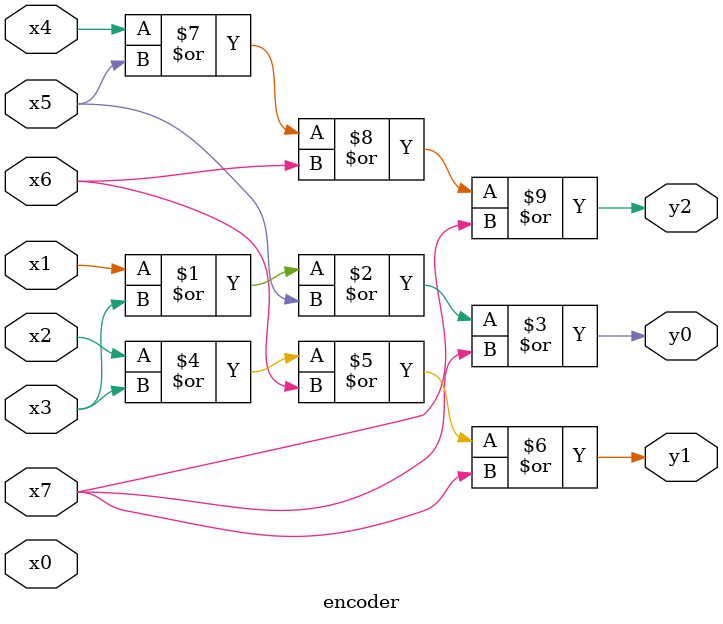
<source format=v>
module encoder(y0, y1, y2, x0, x1, x2, x3, x4, x5, x6, x7);
    input x0, x1, x2, x3, x4, x5, x6, x7;
    output y0, y1, y2;
    or(y0, x1, x3, x5, x7);
    or(y1, x2, x3, x6, x7);
    or(y2, x4, x5, x6, x7);
endmodule

</source>
